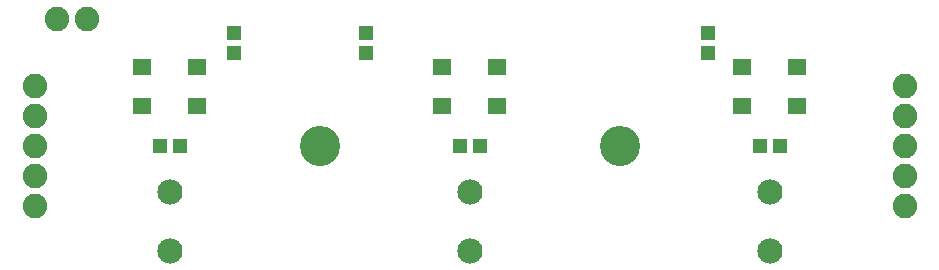
<source format=gts>
G75*
%MOIN*%
%OFA0B0*%
%FSLAX25Y25*%
%IPPOS*%
%LPD*%
%AMOC8*
5,1,8,0,0,1.08239X$1,22.5*
%
%ADD10C,0.08400*%
%ADD11R,0.05131X0.04737*%
%ADD12C,0.08200*%
%ADD13C,0.13398*%
%ADD14R,0.04737X0.05131*%
%ADD15R,0.05918X0.05524*%
D10*
X0055060Y0016760D03*
X0055060Y0036440D03*
X0155060Y0036440D03*
X0155060Y0016760D03*
X0255060Y0016760D03*
X0255060Y0036440D03*
D11*
X0258406Y0051600D03*
X0251714Y0051600D03*
X0158406Y0051600D03*
X0151714Y0051600D03*
X0058406Y0051600D03*
X0051714Y0051600D03*
D12*
X0010060Y0051600D03*
X0010060Y0041600D03*
X0010060Y0031600D03*
X0010060Y0061600D03*
X0010060Y0071600D03*
X0017560Y0094100D03*
X0027560Y0094100D03*
X0300060Y0071600D03*
X0300060Y0061600D03*
X0300060Y0051600D03*
X0300060Y0041600D03*
X0300060Y0031600D03*
D13*
X0205060Y0051600D03*
X0105060Y0051600D03*
D14*
X0120560Y0082754D03*
X0120560Y0089446D03*
X0076560Y0089446D03*
X0076560Y0082754D03*
X0234560Y0082754D03*
X0234560Y0089446D03*
D15*
X0245808Y0078096D03*
X0264312Y0078096D03*
X0264312Y0065104D03*
X0245808Y0065104D03*
X0164312Y0065104D03*
X0145808Y0065104D03*
X0145808Y0078096D03*
X0164312Y0078096D03*
X0064312Y0078096D03*
X0045808Y0078096D03*
X0045808Y0065104D03*
X0064312Y0065104D03*
M02*

</source>
